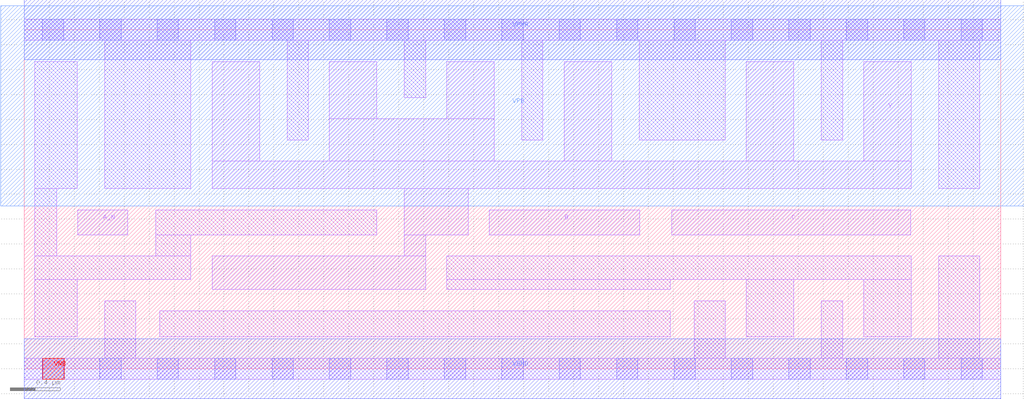
<source format=lef>
# Copyright 2020 The SkyWater PDK Authors
#
# Licensed under the Apache License, Version 2.0 (the "License");
# you may not use this file except in compliance with the License.
# You may obtain a copy of the License at
#
#     https://www.apache.org/licenses/LICENSE-2.0
#
# Unless required by applicable law or agreed to in writing, software
# distributed under the License is distributed on an "AS IS" BASIS,
# WITHOUT WARRANTIES OR CONDITIONS OF ANY KIND, either express or implied.
# See the License for the specific language governing permissions and
# limitations under the License.
#
# SPDX-License-Identifier: Apache-2.0

VERSION 5.7 ;
  NOWIREEXTENSIONATPIN ON ;
  DIVIDERCHAR "/" ;
  BUSBITCHARS "[]" ;
PROPERTYDEFINITIONS
  MACRO maskLayoutSubType STRING ;
  MACRO prCellType STRING ;
  MACRO originalViewName STRING ;
END PROPERTYDEFINITIONS
MACRO sky130_fd_sc_hdll__nand3b_4
  CLASS CORE ;
  FOREIGN sky130_fd_sc_hdll__nand3b_4 ;
  ORIGIN  0.000000  0.000000 ;
  SIZE  7.820000 BY  2.720000 ;
  SYMMETRY X Y R90 ;
  SITE unithd ;
  PIN A_N
    ANTENNAGATEAREA  0.277500 ;
    DIRECTION INPUT ;
    USE SIGNAL ;
    PORT
      LAYER li1 ;
        RECT 0.430000 1.075000 0.830000 1.275000 ;
    END
  END A_N
  PIN B
    ANTENNAGATEAREA  1.110000 ;
    DIRECTION INPUT ;
    USE SIGNAL ;
    PORT
      LAYER li1 ;
        RECT 3.725000 1.075000 4.930000 1.275000 ;
    END
  END B
  PIN C
    ANTENNAGATEAREA  1.110000 ;
    DIRECTION INPUT ;
    USE SIGNAL ;
    PORT
      LAYER li1 ;
        RECT 5.185000 1.075000 7.100000 1.275000 ;
    END
  END C
  PIN VGND
    ANTENNADIFFAREA  0.845000 ;
    DIRECTION INOUT ;
    USE SIGNAL ;
    PORT
      LAYER met1 ;
        RECT 0.000000 -0.240000 7.820000 0.240000 ;
    END
  END VGND
  PIN VPWR
    ANTENNADIFFAREA  2.610000 ;
    DIRECTION INOUT ;
    USE SIGNAL ;
    PORT
      LAYER met1 ;
        RECT 0.000000 2.480000 7.820000 2.960000 ;
    END
  END VPWR
  PIN Y
    ANTENNADIFFAREA  2.156000 ;
    DIRECTION OUTPUT ;
    USE SIGNAL ;
    PORT
      LAYER li1 ;
        RECT 1.505000 0.635000 3.215000 0.905000 ;
        RECT 1.505000 1.445000 7.105000 1.665000 ;
        RECT 1.505000 1.665000 1.885000 2.465000 ;
        RECT 2.445000 1.665000 3.765000 2.005000 ;
        RECT 2.445000 2.005000 2.825000 2.465000 ;
        RECT 3.045000 0.905000 3.215000 1.075000 ;
        RECT 3.045000 1.075000 3.555000 1.445000 ;
        RECT 3.385000 2.005000 3.765000 2.465000 ;
        RECT 4.325000 1.665000 4.705000 2.465000 ;
        RECT 5.785000 1.665000 6.165000 2.465000 ;
        RECT 6.725000 1.665000 7.105000 2.465000 ;
    END
  END Y
  PIN VNB
    DIRECTION INOUT ;
    USE GROUND ;
    PORT
      LAYER pwell ;
        RECT 0.150000 -0.085000 0.320000 0.085000 ;
    END
  END VNB
  PIN VPB
    DIRECTION INOUT ;
    USE POWER ;
    PORT
      LAYER nwell ;
        RECT -0.190000 1.305000 8.010000 2.910000 ;
    END
  END VPB
  OBS
    LAYER li1 ;
      RECT 0.000000 -0.085000 7.820000 0.085000 ;
      RECT 0.000000  2.635000 7.820000 2.805000 ;
      RECT 0.085000  0.255000 0.425000 0.715000 ;
      RECT 0.085000  0.715000 1.335000 0.905000 ;
      RECT 0.085000  0.905000 0.260000 1.445000 ;
      RECT 0.085000  1.445000 0.425000 2.465000 ;
      RECT 0.645000  0.085000 0.895000 0.545000 ;
      RECT 0.645000  1.445000 1.335000 2.635000 ;
      RECT 1.055000  0.905000 1.335000 1.075000 ;
      RECT 1.055000  1.075000 2.825000 1.275000 ;
      RECT 1.085000  0.255000 5.175000 0.465000 ;
      RECT 2.105000  1.835000 2.275000 2.635000 ;
      RECT 3.045000  2.175000 3.215000 2.635000 ;
      RECT 3.385000  0.635000 5.175000 0.715000 ;
      RECT 3.385000  0.715000 7.105000 0.905000 ;
      RECT 3.985000  1.835000 4.155000 2.635000 ;
      RECT 4.925000  1.835000 5.615000 2.635000 ;
      RECT 5.365000  0.085000 5.615000 0.545000 ;
      RECT 5.785000  0.255000 6.165000 0.715000 ;
      RECT 6.385000  0.085000 6.555000 0.545000 ;
      RECT 6.385000  1.835000 6.555000 2.635000 ;
      RECT 6.725000  0.255000 7.105000 0.715000 ;
      RECT 7.325000  0.085000 7.655000 0.905000 ;
      RECT 7.325000  1.445000 7.655000 2.635000 ;
    LAYER mcon ;
      RECT 0.145000 -0.085000 0.315000 0.085000 ;
      RECT 0.145000  2.635000 0.315000 2.805000 ;
      RECT 0.605000 -0.085000 0.775000 0.085000 ;
      RECT 0.605000  2.635000 0.775000 2.805000 ;
      RECT 1.065000 -0.085000 1.235000 0.085000 ;
      RECT 1.065000  2.635000 1.235000 2.805000 ;
      RECT 1.525000 -0.085000 1.695000 0.085000 ;
      RECT 1.525000  2.635000 1.695000 2.805000 ;
      RECT 1.985000 -0.085000 2.155000 0.085000 ;
      RECT 1.985000  2.635000 2.155000 2.805000 ;
      RECT 2.445000 -0.085000 2.615000 0.085000 ;
      RECT 2.445000  2.635000 2.615000 2.805000 ;
      RECT 2.905000 -0.085000 3.075000 0.085000 ;
      RECT 2.905000  2.635000 3.075000 2.805000 ;
      RECT 3.365000 -0.085000 3.535000 0.085000 ;
      RECT 3.365000  2.635000 3.535000 2.805000 ;
      RECT 3.825000 -0.085000 3.995000 0.085000 ;
      RECT 3.825000  2.635000 3.995000 2.805000 ;
      RECT 4.285000 -0.085000 4.455000 0.085000 ;
      RECT 4.285000  2.635000 4.455000 2.805000 ;
      RECT 4.745000 -0.085000 4.915000 0.085000 ;
      RECT 4.745000  2.635000 4.915000 2.805000 ;
      RECT 5.205000 -0.085000 5.375000 0.085000 ;
      RECT 5.205000  2.635000 5.375000 2.805000 ;
      RECT 5.665000 -0.085000 5.835000 0.085000 ;
      RECT 5.665000  2.635000 5.835000 2.805000 ;
      RECT 6.125000 -0.085000 6.295000 0.085000 ;
      RECT 6.125000  2.635000 6.295000 2.805000 ;
      RECT 6.585000 -0.085000 6.755000 0.085000 ;
      RECT 6.585000  2.635000 6.755000 2.805000 ;
      RECT 7.045000 -0.085000 7.215000 0.085000 ;
      RECT 7.045000  2.635000 7.215000 2.805000 ;
      RECT 7.505000 -0.085000 7.675000 0.085000 ;
      RECT 7.505000  2.635000 7.675000 2.805000 ;
  END
  PROPERTY maskLayoutSubType "abstract" ;
  PROPERTY prCellType "standard" ;
  PROPERTY originalViewName "layout" ;
END sky130_fd_sc_hdll__nand3b_4
END LIBRARY

</source>
